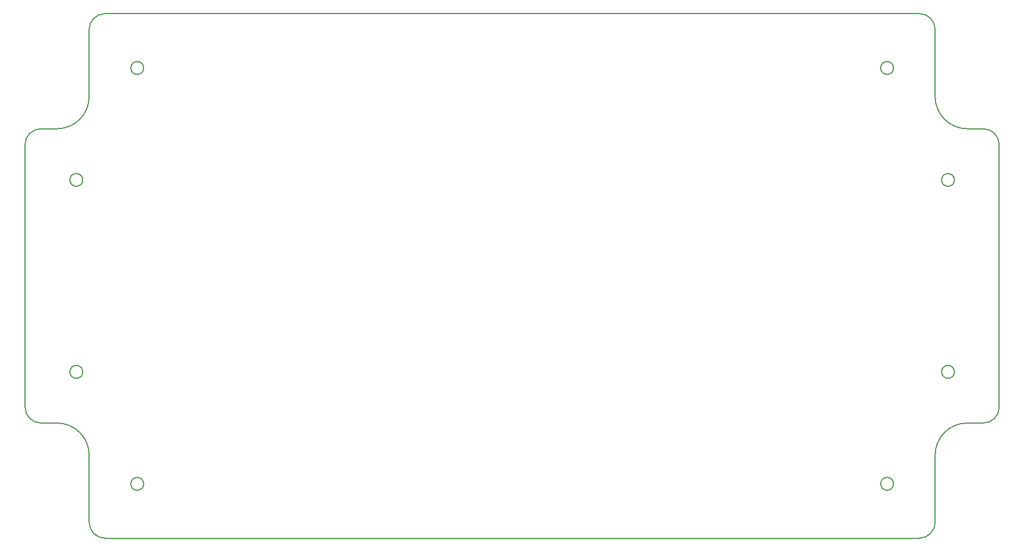
<source format=gbr>
%FSLAX34Y34*%
%MOMM*%
%LNOUTLINE*%
G71*
G01*
%ADD10C, 0.200*%
%LPD*%
G54D10*
G75*
G01X1480000Y735000D02*
G03X1530000Y685000I50000J0D01*
G01*
G54D10*
G75*
G01X1530000Y225000D02*
G03X1480000Y175000I0J-50000D01*
G01*
G54D10*
G75*
G01X110000Y685000D02*
G03X160000Y735000I0J50000D01*
G01*
G54D10*
G75*
G01X160000Y175000D02*
G03X110000Y225000I-50000J0D01*
G01*
G54D10*
G75*
G01X1580000Y660000D02*
G03X1555000Y685000I-25000J0D01*
G01*
G54D10*
G75*
G01X1555000Y225000D02*
G03X1580000Y250000I0J25000D01*
G01*
G54D10*
G75*
G01X1480000Y840000D02*
G03X1455000Y865000I-25000J0D01*
G01*
G54D10*
G75*
G01X1455000Y45000D02*
G03X1480000Y70000I0J25000D01*
G01*
G54D10*
G75*
G01X185000Y865000D02*
G03X160000Y840000I0J-25000D01*
G01*
G54D10*
G75*
G01X85000Y685000D02*
G03X60000Y660000I0J-25000D01*
G01*
G54D10*
G75*
G01X60000Y250000D02*
G03X85000Y225000I25000J0D01*
G01*
G54D10*
G75*
G01X160000Y70000D02*
G03X185000Y45000I25000J0D01*
G01*
G54D10*
X1455000Y865000D02*
X185000Y865000D01*
G54D10*
X160000Y840000D02*
X160000Y735000D01*
G54D10*
X110000Y685000D02*
X85000Y685000D01*
G54D10*
X60000Y660000D02*
X60000Y250000D01*
G54D10*
X85000Y225000D02*
X110000Y225000D01*
G54D10*
X160000Y175000D02*
X160000Y70000D01*
G54D10*
X185000Y45000D02*
X1455000Y45000D01*
G54D10*
X1480000Y70000D02*
X1480000Y175000D01*
G54D10*
X1530000Y225000D02*
X1555000Y225000D01*
G54D10*
X1580000Y250000D02*
X1580000Y660000D01*
G54D10*
X1555000Y685000D02*
X1530000Y685000D01*
G54D10*
X1480000Y735000D02*
X1480000Y840000D01*
G54D10*
G75*
G01X245000Y780000D02*
G03X245000Y780000I-10000J0D01*
G01*
G54D10*
G75*
G01X150000Y605000D02*
G03X150000Y605000I-10000J0D01*
G01*
G54D10*
G75*
G01X150000Y305000D02*
G03X150000Y305000I-10000J0D01*
G01*
G54D10*
G75*
G01X245000Y130000D02*
G03X245000Y130000I-10000J0D01*
G01*
G54D10*
G75*
G01X1415000Y130000D02*
G03X1415000Y130000I-10000J0D01*
G01*
G54D10*
G75*
G01X1510000Y305000D02*
G03X1510000Y305000I-10000J0D01*
G01*
G54D10*
G75*
G01X1510000Y605000D02*
G03X1510000Y605000I-10000J0D01*
G01*
G54D10*
G75*
G01X1415000Y780000D02*
G03X1415000Y780000I-10000J0D01*
G01*
M02*

</source>
